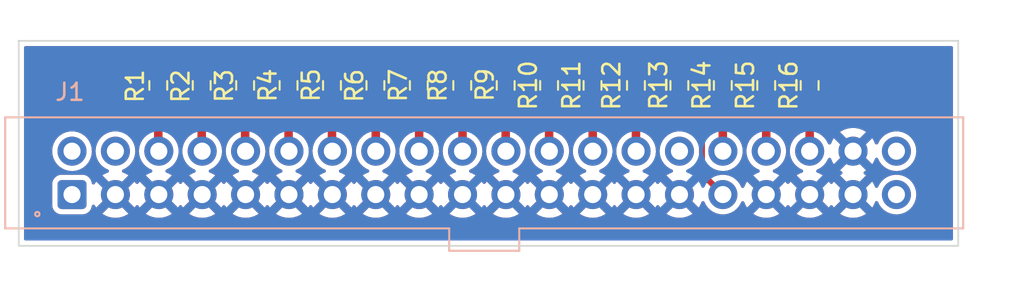
<source format=kicad_pcb>
(kicad_pcb (version 20211014) (generator pcbnew)
  (layers (0 "F.Cu" signal) (31 "B.Cu" signal) (34 "B.Paste" user) (35 "F.Paste" user) (36 "B.SilkS" user "B.Silkscreen") (37 "F.SilkS" user "F.Silkscreen") (38 "B.Mask" user) (39 "F.Mask" user) (44 "Edge.Cuts" user))
  (net 0 "")
  (net 3 "GND")
  (net 5 "OUT17")
  (net 6 "OUT18")
  (net 7 "OUT19")
  (net 8 "OUT20")
  (net 9 "OUT21")
  (net 10 "OUT22")
  (net 11 "OUT23")
  (net 12 "OUT24")
  (net 13 "OUT25")
  (net 14 "OUT26")
  (net 15 "OUT27")
  (net 16 "OUT28")
  (net 18 "OUT29")
  (net 19 "OUT30")
  (net 20 "OUT31")
  (net 21 "OUT32")
  (footprint "Resistor_SMD:R_0603_1608Metric_Pad0.98x0.95mm_HandSolder" (layer "F.Cu") (at 156.132 105.6125 90)
    (fp_text reference "R12" (at 0 -1.43 90) (layer "F.SilkS"))
    (fp_text value "10K")
    (fp_line (start -0.254724 -0.5225) (end 0.254724 -0.5225) (layer "F.SilkS") (width 0.12))
    (fp_line (start -0.254724 0.5225) (end 0.254724 0.5225) (layer "F.SilkS") (width 0.12))
    (pad "1" smd roundrect (at -0.9125 0 90) (size 0.975 0.95) (layers "F.Cu" "F.Paste" "F.Mask") (net 16 "OUT28"))
    (pad "2" smd roundrect (at 0.9125 0 90) (size 0.975 0.95) (layers "F.Cu" "F.Paste" "F.Mask") (net 3 "GND"))
  )
  (footprint "Resistor_SMD:R_0603_1608Metric_Pad0.98x0.95mm_HandSolder" (layer "F.Cu") (at 135.796 105.6125 90)
    (fp_text reference "R4" (at 0.0025 -1.216 90) (layer "F.SilkS"))
    (fp_text value "10K")
    (fp_line (start -0.254724 -0.5225) (end 0.254724 -0.5225) (layer "F.SilkS") (width 0.12))
    (fp_line (start -0.254724 0.5225) (end 0.254724 0.5225) (layer "F.SilkS") (width 0.12))
    (pad "1" smd roundrect (at -0.9125 0 90) (size 0.975 0.95) (layers "F.Cu" "F.Paste" "F.Mask") (net 8 "OUT20"))
    (pad "2" smd roundrect (at 0.9125 0 90) (size 0.975 0.95) (layers "F.Cu" "F.Paste" "F.Mask") (net 3 "GND"))
  )
  (footprint "Resistor_SMD:R_0603_1608Metric_Pad0.98x0.95mm_HandSolder" (layer "F.Cu") (at 166.3 105.6125 90)
    (fp_text reference "R16" (at -0.0075 -1.23 90) (layer "F.SilkS"))
    (fp_text value "10K")
    (fp_line (start -0.254724 -0.5225) (end 0.254724 -0.5225) (layer "F.SilkS") (width 0.12))
    (fp_line (start -0.254724 0.5225) (end 0.254724 0.5225) (layer "F.SilkS") (width 0.12))
    (pad "1" smd roundrect (at -0.9125 0 90) (size 0.975 0.95) (layers "F.Cu" "F.Paste" "F.Mask") (net 21 "OUT32"))
    (pad "2" smd roundrect (at 0.9125 0 90) (size 0.975 0.95) (layers "F.Cu" "F.Paste" "F.Mask") (net 3 "GND"))
  )
  (footprint "Resistor_SMD:R_0603_1608Metric_Pad0.98x0.95mm_HandSolder" (layer "F.Cu") (at 128.17 105.6125 90)
    (fp_text reference "R1" (at -0.0475 -1.36 90) (layer "F.SilkS"))
    (fp_text value "10K")
    (fp_line (start -0.254724 0.5225) (end 0.254724 0.5225) (layer "F.SilkS") (width 0.12))
    (fp_line (start -0.254724 -0.5225) (end 0.254724 -0.5225) (layer "F.SilkS") (width 0.12))
    (pad "1" smd roundrect (at -0.9125 0 90) (size 0.975 0.95) (layers "F.Cu" "F.Paste" "F.Mask") (net 5 "OUT17"))
    (pad "2" smd roundrect (at 0.9125 0 90) (size 0.975 0.95) (layers "F.Cu" "F.Paste" "F.Mask") (net 3 "GND"))
  )
  (footprint "Resistor_SMD:R_0603_1608Metric_Pad0.98x0.95mm_HandSolder" (layer "F.Cu") (at 130.712 105.6125 90)
    (fp_text reference "R2" (at -0.0475 -1.232 90) (layer "F.SilkS"))
    (fp_text value "10K")
    (fp_line (start -0.254724 0.5225) (end 0.254724 0.5225) (layer "F.SilkS") (width 0.12))
    (fp_line (start -0.254724 -0.5225) (end 0.254724 -0.5225) (layer "F.SilkS") (width 0.12))
    (pad "1" smd roundrect (at -0.9125 0 90) (size 0.975 0.95) (layers "F.Cu" "F.Paste" "F.Mask") (net 6 "OUT18"))
    (pad "2" smd roundrect (at 0.9125 0 90) (size 0.975 0.95) (layers "F.Cu" "F.Paste" "F.Mask") (net 3 "GND"))
  )
  (footprint "Resistor_SMD:R_0603_1608Metric_Pad0.98x0.95mm_HandSolder" (layer "F.Cu") (at 138.338 105.6125 90)
    (fp_text reference "R5" (at 0.0125 -1.228 90) (layer "F.SilkS"))
    (fp_text value "10K")
    (fp_line (start -0.254724 0.5225) (end 0.254724 0.5225) (layer "F.SilkS") (width 0.12))
    (fp_line (start -0.254724 -0.5225) (end 0.254724 -0.5225) (layer "F.SilkS") (width 0.12))
    (pad "1" smd roundrect (at -0.9125 0 90) (size 0.975 0.95) (layers "F.Cu" "F.Paste" "F.Mask") (net 9 "OUT21"))
    (pad "2" smd roundrect (at 0.9125 0 90) (size 0.975 0.95) (layers "F.Cu" "F.Paste" "F.Mask") (net 3 "GND"))
  )
  (footprint "Resistor_SMD:R_0603_1608Metric_Pad0.98x0.95mm_HandSolder" (layer "F.Cu") (at 148.506 105.6125 90)
    (fp_text reference "R9" (at 0.0325 -1.216 90) (layer "F.SilkS"))
    (fp_text value "10K")
    (fp_line (start -0.254724 0.5225) (end 0.254724 0.5225) (layer "F.SilkS") (width 0.12))
    (fp_line (start -0.254724 -0.5225) (end 0.254724 -0.5225) (layer "F.SilkS") (width 0.12))
    (pad "1" smd roundrect (at -0.9125 0 90) (size 0.975 0.95) (layers "F.Cu" "F.Paste" "F.Mask") (net 13 "OUT25"))
    (pad "2" smd roundrect (at 0.9125 0 90) (size 0.975 0.95) (layers "F.Cu" "F.Paste" "F.Mask") (net 3 "GND"))
  )
  (footprint "Resistor_SMD:R_0603_1608Metric_Pad0.98x0.95mm_HandSolder" (layer "F.Cu") (at 143.422 105.6125 90)
    (fp_text reference "R7" (at 0.0025 -1.212 90) (layer "F.SilkS"))
    (fp_text value "10K")
    (fp_line (start -0.254724 0.5225) (end 0.254724 0.5225) (layer "F.SilkS") (width 0.12))
    (fp_line (start -0.254724 -0.5225) (end 0.254724 -0.5225) (layer "F.SilkS") (width 0.12))
    (pad "1" smd roundrect (at -0.9125 0 90) (size 0.975 0.95) (layers "F.Cu" "F.Paste" "F.Mask") (net 11 "OUT23"))
    (pad "2" smd roundrect (at 0.9125 0 90) (size 0.975 0.95) (layers "F.Cu" "F.Paste" "F.Mask") (net 3 "GND"))
  )
  (footprint "Resistor_SMD:R_0603_1608Metric_Pad0.98x0.95mm_HandSolder" (layer "F.Cu") (at 158.674 105.6125 90)
    (fp_text reference "R13" (at 0.0125 -1.224 90) (layer "F.SilkS"))
    (fp_text value "10K")
    (fp_line (start -0.254724 0.5225) (end 0.254724 0.5225) (layer "F.SilkS") (width 0.12))
    (fp_line (start -0.254724 -0.5225) (end 0.254724 -0.5225) (layer "F.SilkS") (width 0.12))
    (pad "1" smd roundrect (at -0.9125 0 90) (size 0.975 0.95) (layers "F.Cu" "F.Paste" "F.Mask") (net 18 "OUT29"))
    (pad "2" smd roundrect (at 0.9125 0 90) (size 0.975 0.95) (layers "F.Cu" "F.Paste" "F.Mask") (net 3 "GND"))
  )
  (footprint "Resistor_SMD:R_0603_1608Metric_Pad0.98x0.95mm_HandSolder" (layer "F.Cu") (at 163.758 105.6125 90)
    (fp_text reference "R15" (at 0.0025 -1.228 90) (layer "F.SilkS"))
    (fp_text value "10K")
    (fp_line (start -0.254724 -0.5225) (end 0.254724 -0.5225) (layer "F.SilkS") (width 0.12))
    (fp_line (start -0.254724 0.5225) (end 0.254724 0.5225) (layer "F.SilkS") (width 0.12))
    (pad "1" smd roundrect (at -0.9125 0 90) (size 0.975 0.95) (layers "F.Cu" "F.Paste" "F.Mask") (net 20 "OUT31"))
    (pad "2" smd roundrect (at 0.9125 0 90) (size 0.975 0.95) (layers "F.Cu" "F.Paste" "F.Mask") (net 3 "GND"))
  )
  (footprint "Connector_IDC:IDC-Header_2x20_P2.54mm_Vertical" (layer "F.Cu") (at 123.12 112.0025 90)
    (fp_text reference "J1" (at 6.0025 -0.12 180) (layer "B.SilkS"))
    (fp_text value "Expansion Header")
    (fp_line (start -1.98 52.17) (end -1.98 26.18) (layer "B.SilkS") (width 0.12))
    (fp_line (start -1.98 22.08) (end -1.98 -3.91) (layer "B.SilkS") (width 0.12))
    (fp_line (start -3.29 22.08) (end -1.98 22.08) (layer "B.SilkS") (width 0.12))
    (fp_line (start -1.98 -3.91) (end 4.52 -3.91) (layer "B.SilkS") (width 0.12))
    (fp_line (start -1.98 26.18) (end -3.29 26.18) (layer "B.SilkS") (width 0.12))
    (fp_line (start -3.29 22.08) (end -3.29 26.18) (layer "B.SilkS") (width 0.12))
    (fp_line (start 4.52 52.17) (end -1.98 52.17) (layer "B.SilkS") (width 0.12))
    (fp_line (start 4.52 -3.91) (end 4.52 52.17) (layer "B.SilkS") (width 0.12))
    (fp_circle (center -1.143 -2.032) (end -1.016 -2.032) (layer "B.SilkS") (width 0.12) (fill none))
    (fp_line (start -1.98 26.18) (end -1.98 26.18) (layer "F.SilkS") (width 0.12))
    (pad "1" thru_hole roundrect (at 0 0 90) (size 1.7 1.7) (drill 1) (layers *.Cu *.Mask) (roundrect_rratio 0.1470588235))
    (pad "2" thru_hole circle (at 2.54 0 90) (size 1.7 1.7) (drill 1) (layers *.Cu *.Mask))
    (pad "3" thru_hole circle (at 0 2.54 90) (size 1.7 1.7) (drill 1) (layers *.Cu *.Mask) (net 3 "GND"))
    (pad "4" thru_hole circle (at 2.54 2.54 90) (size 1.7 1.7) (drill 1) (layers *.Cu *.Mask))
    (pad "5" thru_hole circle (at 0 5.08 90) (size 1.7 1.7) (drill 1) (layers *.Cu *.Mask) (net 3 "GND"))
    (pad "6" thru_hole circle (at 2.54 5.08 90) (size 1.7 1.7) (drill 1) (layers *.Cu *.Mask) (net 5 "OUT17"))
    (pad "7" thru_hole circle (at 0 7.62 90) (size 1.7 1.7) (drill 1) (layers *.Cu *.Mask) (net 3 "GND"))
    (pad "8" thru_hole circle (at 2.54 7.62 90) (size 1.7 1.7) (drill 1) (layers *.Cu *.Mask) (net 6 "OUT18"))
    (pad "9" thru_hole circle (at 0 10.16 90) (size 1.7 1.7) (drill 1) (layers *.Cu *.Mask) (net 3 "GND"))
    (pad "10" thru_hole circle (at 2.54 10.16 90) (size 1.7 1.7) (drill 1) (layers *.Cu *.Mask) (net 7 "OUT19"))
    (pad "11" thru_hole circle (at 0 12.7 90) (size 1.7 1.7) (drill 1) (layers *.Cu *.Mask) (net 3 "GND"))
    (pad "12" thru_hole circle (at 2.54 12.7 90) (size 1.7 1.7) (drill 1) (layers *.Cu *.Mask) (net 8 "OUT20"))
    (pad "13" thru_hole circle (at 0 15.24 90) (size 1.7 1.7) (drill 1) (layers *.Cu *.Mask) (net 3 "GND"))
    (pad "14" thru_hole circle (at 2.54 15.24 90) (size 1.7 1.7) (drill 1) (layers *.Cu *.Mask) (net 9 "OUT21"))
    (pad "15" thru_hole circle (at 0 17.78 90) (size 1.7 1.7) (drill 1) (layers *.Cu *.Mask) (net 3 "GND"))
    (pad "16" thru_hole circle (at 2.54 17.78 90) (size 1.7 1.7) (drill 1) (layers *.Cu *.Mask) (net 10 "OUT22"))
    (pad "17" thru_hole circle (at 0 20.32 90) (size 1.7 1.7) (drill 1) (layers *.Cu *.Mask) (net 3 "GND"))
    (pad "18" thru_hole circle (at 2.54 20.32 90) (size 1.7 1.7) (drill 1) (layers *.Cu *.Mask) (net 11 "OUT23"))
    (pad "19" thru_hole circle (at 0 22.86 90) (size 1.7 1.7) (drill 1) (layers *.Cu *.Mask) (net 3 "GND"))
    (pad "20" thru_hole circle (at 2.54 22.86 90) (size 1.7 1.7) (drill 1) (layers *.Cu *.Mask) (net 12 "OUT24"))
    (pad "21" thru_hole circle (at 0 25.4 90) (size 1.7 1.7) (drill 1) (layers *.Cu *.Mask) (net 3 "GND"))
    (pad "22" thru_hole circle (at 2.54 25.4 90) (size 1.7 1.7) (drill 1) (layers *.Cu *.Mask) (net 13 "OUT25"))
    (pad "23" thru_hole circle (at 0 27.94 90) (size 1.7 1.7) (drill 1) (layers *.Cu *.Mask) (net 3 "GND"))
    (pad "24" thru_hole circle (at 2.54 27.94 90) (size 1.7 1.7) (drill 1) (layers *.Cu *.Mask) (net 14 "OUT26"))
    (pad "25" thru_hole circle (at 0 30.48 90) (size 1.7 1.7) (drill 1) (layers *.Cu *.Mask) (net 3 "GND"))
    (pad "26" thru_hole circle (at 2.54 30.48 90) (size 1.7 1.7) (drill 1) (layers *.Cu *.Mask) (net 15 "OUT27"))
    (pad "27" thru_hole circle (at 0 33.02 90) (size 1.7 1.7) (drill 1) (layers *.Cu *.Mask) (net 3 "GND"))
    (pad "28" thru_hole circle (at 2.54 33.02 90) (size 1.7 1.7) (drill 1) (layers *.Cu *.Mask) (net 16 "OUT28"))
    (pad "29" thru_hole circle (at 0 35.56 90) (size 1.7 1.7) (drill 1) (layers *.Cu *.Mask) (net 3 "GND"))
    (pad "30" thru_hole circle (at 2.54 35.56 90) (size 1.7 1.7) (drill 1) (layers *.Cu *.Mask))
    (pad "31" thru_hole circle (at 0 38.1 90) (size 1.7 1.7) (drill 1) (layers *.Cu *.Mask) (net 18 "OUT29"))
    (pad "32" thru_hole circle (at 2.54 38.1 90) (size 1.7 1.7) (drill 1) (layers *.Cu *.Mask) (net 19 "OUT30"))
    (pad "33" thru_hole circle (at 0 40.64 90) (size 1.7 1.7) (drill 1) (layers *.Cu *.Mask) (net 3 "GND"))
    (pad "34" thru_hole circle (at 2.54 40.64 90) (size 1.7 1.7) (drill 1) (layers *.Cu *.Mask) (net 20 "OUT31"))
    (pad "35" thru_hole circle (at 0 43.18 90) (size 1.7 1.7) (drill 1) (layers *.Cu *.Mask) (net 3 "GND"))
    (pad "36" thru_hole circle (at 2.54 43.18 90) (size 1.7 1.7) (drill 1) (layers *.Cu *.Mask) (net 21 "OUT32"))
    (pad "37" thru_hole circle (at 0 45.72 90) (size 1.7 1.7) (drill 1) (layers *.Cu *.Mask) (net 3 "GND"))
    (pad "38" thru_hole circle (at 2.54 45.72 90) (size 1.7 1.7) (drill 1) (layers *.Cu *.Mask) (net 3 "GND"))
    (pad "39" thru_hole circle (at 0 48.26 90) (size 1.7 1.7) (drill 1) (layers *.Cu *.Mask))
    (pad "40" thru_hole circle (at 2.54 48.26 90) (size 1.7 1.7) (drill 1) (layers *.Cu *.Mask))
  )
  (footprint "Resistor_SMD:R_0603_1608Metric_Pad0.98x0.95mm_HandSolder" (layer "F.Cu") (at 161.216 105.6125 90)
    (fp_text reference "R14" (at 0 -1.236 90) (layer "F.SilkS"))
    (fp_text value "10K")
    (fp_line (start -0.254724 -0.5225) (end 0.254724 -0.5225) (layer "F.SilkS") (width 0.12))
    (fp_line (start -0.254724 0.5225) (end 0.254724 0.5225) (layer "F.SilkS") (width 0.12))
    (pad "1" smd roundrect (at -0.9125 0 90) (size 0.975 0.95) (layers "F.Cu" "F.Paste" "F.Mask") (net 19 "OUT30"))
    (pad "2" smd roundrect (at 0.9125 0 90) (size 0.975 0.95) (layers "F.Cu" "F.Paste" "F.Mask") (net 3 "GND"))
  )
  (footprint "Resistor_SMD:R_0603_1608Metric_Pad0.98x0.95mm_HandSolder" (layer "F.Cu") (at 140.88 105.6125 90)
    (fp_text reference "R6" (at -0.0175 -1.23 90) (layer "F.SilkS"))
    (fp_text value "10K")
    (fp_line (start -0.254724 -0.5225) (end 0.254724 -0.5225) (layer "F.SilkS") (width 0.12))
    (fp_line (start -0.254724 0.5225) (end 0.254724 0.5225) (layer "F.SilkS") (width 0.12))
    (pad "1" smd roundrect (at -0.9125 0 90) (size 0.975 0.95) (layers "F.Cu" "F.Paste" "F.Mask") (net 10 "OUT22"))
    (pad "2" smd roundrect (at 0.9125 0 90) (size 0.975 0.95) (layers "F.Cu" "F.Paste" "F.Mask") (net 3 "GND"))
  )
  (footprint "Resistor_SMD:R_0603_1608Metric_Pad0.98x0.95mm_HandSolder" (layer "F.Cu") (at 145.964 105.6125 90)
    (fp_text reference "R8" (at 0 -1.43 90) (layer "F.SilkS"))
    (fp_text value "10K")
    (fp_line (start -0.254724 -0.5225) (end 0.254724 -0.5225) (layer "F.SilkS") (width 0.12))
    (fp_line (start -0.254724 0.5225) (end 0.254724 0.5225) (layer "F.SilkS") (width 0.12))
    (pad "1" smd roundrect (at -0.9125 0 90) (size 0.975 0.95) (layers "F.Cu" "F.Paste" "F.Mask") (net 12 "OUT24"))
    (pad "2" smd roundrect (at 0.9125 0 90) (size 0.975 0.95) (layers "F.Cu" "F.Paste" "F.Mask") (net 3 "GND"))
  )
  (footprint "Resistor_SMD:R_0603_1608Metric_Pad0.98x0.95mm_HandSolder" (layer "F.Cu") (at 133.254 105.6125 90)
    (fp_text reference "R3" (at -0.0275 -1.224 90) (layer "F.SilkS"))
    (fp_text value "10K")
    (fp_line (start -0.254724 0.5225) (end 0.254724 0.5225) (layer "F.SilkS") (width 0.12))
    (fp_line (start -0.254724 -0.5225) (end 0.254724 -0.5225) (layer "F.SilkS") (width 0.12))
    (pad "1" smd roundrect (at -0.9125 0 90) (size 0.975 0.95) (layers "F.Cu" "F.Paste" "F.Mask") (net 7 "OUT19"))
    (pad "2" smd roundrect (at 0.9125 0 90) (size 0.975 0.95) (layers "F.Cu" "F.Paste" "F.Mask") (net 3 "GND"))
  )
  (footprint "Resistor_SMD:R_0603_1608Metric_Pad0.98x0.95mm_HandSolder" (layer "F.Cu") (at 151.048 105.6125 90)
    (fp_text reference "R10" (at 0 -1.228 90) (layer "F.SilkS"))
    (fp_text value "10K")
    (fp_line (start -0.254724 -0.5225) (end 0.254724 -0.5225) (layer "F.SilkS") (width 0.12))
    (fp_line (start -0.254724 0.5225) (end 0.254724 0.5225) (layer "F.SilkS") (width 0.12))
    (pad "1" smd roundrect (at -0.9125 0 90) (size 0.975 0.95) (layers "F.Cu" "F.Paste" "F.Mask") (net 14 "OUT26"))
    (pad "2" smd roundrect (at 0.9125 0 90) (size 0.975 0.95) (layers "F.Cu" "F.Paste" "F.Mask") (net 3 "GND"))
  )
  (footprint "Resistor_SMD:R_0603_1608Metric_Pad0.98x0.95mm_HandSolder" (layer "F.Cu") (at 153.59 105.6125 90)
    (fp_text reference "R11" (at 0.0025 -1.23 90) (layer "F.SilkS"))
    (fp_text value "10K")
    (fp_line (start -0.254724 0.5225) (end 0.254724 0.5225) (layer "F.SilkS") (width 0.12))
    (fp_line (start -0.254724 -0.5225) (end 0.254724 -0.5225) (layer "F.SilkS") (width 0.12))
    (pad "1" smd roundrect (at -0.9125 0 90) (size 0.975 0.95) (layers "F.Cu" "F.Paste" "F.Mask") (net 15 "OUT27"))
    (pad "2" smd roundrect (at 0.9125 0 90) (size 0.975 0.95) (layers "F.Cu" "F.Paste" "F.Mask") (net 3 "GND"))
  )
  (gr_line (start 120 115) (end 120 103) (layer "Edge.Cuts") (width 0.1))
  (gr_line (start 120 103) (end 175 103) (layer "Edge.Cuts") (width 0.1))
  (gr_line (start 175 103) (end 175 115) (layer "Edge.Cuts") (width 0.1))
  (gr_line (start 175 115) (end 120 115) (layer "Edge.Cuts") (width 0.1))
  (segment (start 128.17 106.525) (end 128.17 109.4325) (width 0.5) (layer "F.Cu") (net 5))
  (segment (start 128.17 109.4325) (end 128.2 109.4625) (width 0.5) (layer "F.Cu") (net 5))
  (segment (start 130.712 109.4345) (end 130.74 109.4625) (width 0.5) (layer "F.Cu") (net 6))
  (segment (start 130.712 106.525) (end 130.712 109.4345) (width 0.5) (layer "F.Cu") (net 6))
  (segment (start 133.254 109.4365) (end 133.28 109.4625) (width 0.5) (layer "F.Cu") (net 7))
  (segment (start 133.254 106.525) (end 133.254 109.4365) (width 0.5) (layer "F.Cu") (net 7))
  (segment (start 135.796 106.525) (end 135.796 109.4385) (width 0.5) (layer "F.Cu") (net 8))
  (segment (start 135.796 109.4385) (end 135.82 109.4625) (width 0.5) (layer "F.Cu") (net 8))
  (segment (start 138.338 109.4405) (end 138.36 109.4625) (width 0.5) (layer "F.Cu") (net 9))
  (segment (start 138.338 106.525) (end 138.338 109.4405) (width 0.5) (layer "F.Cu") (net 9))
  (segment (start 140.9 106.545) (end 140.88 106.525) (width 0.5) (layer "F.Cu") (net 10))
  (segment (start 140.9 109.4625) (end 140.9 106.545) (width 0.5) (layer "F.Cu") (net 10))
  (segment (start 143.44 109.4625) (end 143.44 106.543) (width 0.5) (layer "F.Cu") (net 11))
  (segment (start 143.44 106.543) (end 143.422 106.525) (width 0.5) (layer "F.Cu") (net 11))
  (segment (start 145.98 106.541) (end 145.964 106.525) (width 0.5) (layer "F.Cu") (net 12))
  (segment (start 145.98 109.4625) (end 145.98 106.541) (width 0.5) (layer "F.Cu") (net 12))
  (segment (start 148.506 109.4485) (end 148.52 109.4625) (width 0.5) (layer "F.Cu") (net 13))
  (segment (start 148.506 106.525) (end 148.506 109.4485) (width 0.5) (layer "F.Cu") (net 13))
  (segment (start 151.048 109.4505) (end 151.06 109.4625) (width 0.5) (layer "F.Cu") (net 14))
  (segment (start 151.048 106.525) (end 151.048 109.4505) (width 0.5) (layer "F.Cu") (net 14))
  (segment (start 153.6 106.535) (end 153.59 106.525) (width 0.5) (layer "F.Cu") (net 15))
  (segment (start 153.6 109.4625) (end 153.6 106.535) (width 0.5) (layer "F.Cu") (net 15))
  (segment (start 156.132 109.4545) (end 156.14 109.4625) (width 0.5) (layer "F.Cu") (net 16))
  (segment (start 156.132 106.525) (end 156.132 109.4545) (width 0.5) (layer "F.Cu") (net 16))
  (segment (start 158.674 106.525) (end 159.995489 107.846489) (width 0.35) (layer "F.Cu") (net 18))
  (segment (start 159.995489 110.777989) (end 161.22 112.0025) (width 0.35) (layer "F.Cu") (net 18))
  (segment (start 159.995489 107.846489) (end 159.995489 110.777989) (width 0.35) (layer "F.Cu") (net 18))
  (segment (start 161.216 106.525) (end 161.216 109.4585) (width 0.5) (layer "F.Cu") (net 19))
  (segment (start 161.216 109.4585) (end 161.22 109.4625) (width 0.5) (layer "F.Cu") (net 19))
  (segment (start 163.758 109.4605) (end 163.76 109.4625) (width 0.5) (layer "F.Cu") (net 20))
  (segment (start 163.758 106.525) (end 163.758 109.4605) (width 0.5) (layer "F.Cu") (net 20))
  (segment (start 166.3 106.525) (end 166.3 109.4625) (width 0.5) (layer "F.Cu") (net 21))
  (zone (net 3) (net_name "GND") (layers F&B.Cu) (connect_pads (clearance 0.308)) (min_thickness 0.2) (fill yes (thermal_gap 0.508) (thermal_bridge_width 0.508))
    (polygon (pts (xy 178 115) (xy 120 115) (xy 120 103) (xy 178 103)))
  )
)
</source>
